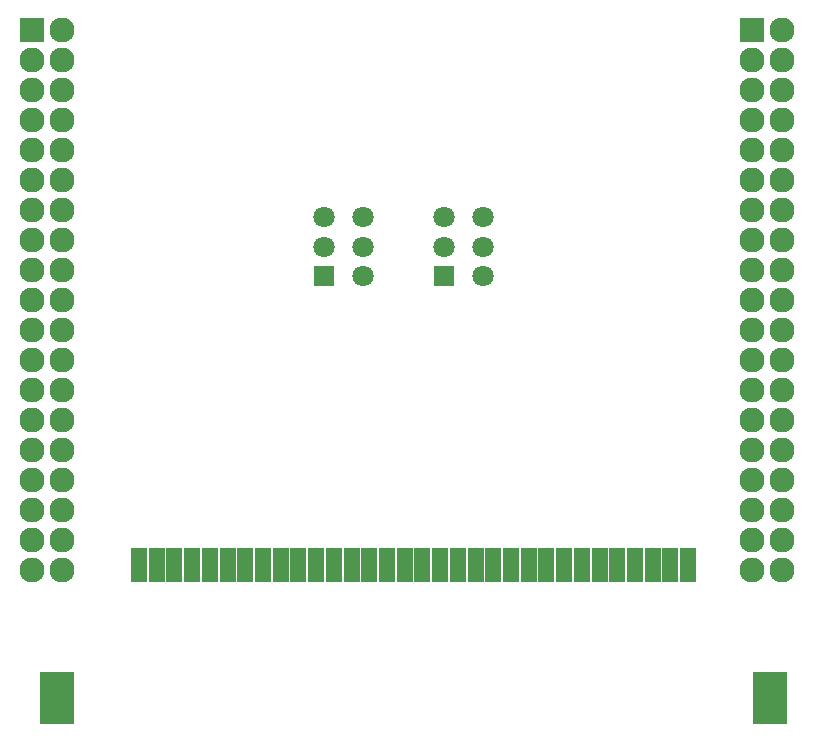
<source format=gbr>
G04 #@! TF.FileFunction,Soldermask,Top*
%FSLAX46Y46*%
G04 Gerber Fmt 4.6, Leading zero omitted, Abs format (unit mm)*
G04 Created by KiCad (PCBNEW 4.0.7) date Sat Mar 17 14:08:55 2018*
%MOMM*%
%LPD*%
G01*
G04 APERTURE LIST*
%ADD10C,0.100000*%
%ADD11R,2.127200X2.127200*%
%ADD12O,2.127200X2.127200*%
%ADD13R,1.400000X2.900000*%
%ADD14R,2.900000X4.400000*%
%ADD15R,1.800000X1.800000*%
%ADD16C,1.800000*%
G04 APERTURE END LIST*
D10*
D11*
X133250000Y-71240000D03*
D12*
X135790000Y-71240000D03*
X133250000Y-73780000D03*
X135790000Y-73780000D03*
X133250000Y-76320000D03*
X135790000Y-76320000D03*
X133250000Y-78860000D03*
X135790000Y-78860000D03*
X133250000Y-81400000D03*
X135790000Y-81400000D03*
X133250000Y-83940000D03*
X135790000Y-83940000D03*
X133250000Y-86480000D03*
X135790000Y-86480000D03*
X133250000Y-89020000D03*
X135790000Y-89020000D03*
X133250000Y-91560000D03*
X135790000Y-91560000D03*
X133250000Y-94100000D03*
X135790000Y-94100000D03*
X133250000Y-96640000D03*
X135790000Y-96640000D03*
X133250000Y-99180000D03*
X135790000Y-99180000D03*
X133250000Y-101720000D03*
X135790000Y-101720000D03*
X133250000Y-104260000D03*
X135790000Y-104260000D03*
X133250000Y-106800000D03*
X135790000Y-106800000D03*
X133250000Y-109340000D03*
X135790000Y-109340000D03*
X133250000Y-111880000D03*
X135790000Y-111880000D03*
X133250000Y-114420000D03*
X135790000Y-114420000D03*
X133250000Y-116960000D03*
X135790000Y-116960000D03*
D11*
X194210000Y-71240000D03*
D12*
X196750000Y-71240000D03*
X194210000Y-73780000D03*
X196750000Y-73780000D03*
X194210000Y-76320000D03*
X196750000Y-76320000D03*
X194210000Y-78860000D03*
X196750000Y-78860000D03*
X194210000Y-81400000D03*
X196750000Y-81400000D03*
X194210000Y-83940000D03*
X196750000Y-83940000D03*
X194210000Y-86480000D03*
X196750000Y-86480000D03*
X194210000Y-89020000D03*
X196750000Y-89020000D03*
X194210000Y-91560000D03*
X196750000Y-91560000D03*
X194210000Y-94100000D03*
X196750000Y-94100000D03*
X194210000Y-96640000D03*
X196750000Y-96640000D03*
X194210000Y-99180000D03*
X196750000Y-99180000D03*
X194210000Y-101720000D03*
X196750000Y-101720000D03*
X194210000Y-104260000D03*
X196750000Y-104260000D03*
X194210000Y-106800000D03*
X196750000Y-106800000D03*
X194210000Y-109340000D03*
X196750000Y-109340000D03*
X194210000Y-111880000D03*
X196750000Y-111880000D03*
X194210000Y-114420000D03*
X196750000Y-114420000D03*
X194210000Y-116960000D03*
X196750000Y-116960000D03*
D13*
X188810000Y-116540000D03*
X167810000Y-116540000D03*
X187310000Y-116540000D03*
X185810000Y-116540000D03*
X184310000Y-116540000D03*
X182810000Y-116540000D03*
X181310000Y-116540000D03*
X179810000Y-116540000D03*
X178310000Y-116540000D03*
X176810000Y-116540000D03*
X175310000Y-116540000D03*
X173810000Y-116540000D03*
X172310000Y-116540000D03*
X170810000Y-116540000D03*
X169310000Y-116540000D03*
X166310000Y-116540000D03*
X164810000Y-116540000D03*
X163310000Y-116540000D03*
X161810000Y-116540000D03*
X160310000Y-116540000D03*
X158810000Y-116540000D03*
X157310000Y-116540000D03*
X155810000Y-116540000D03*
X154310000Y-116540000D03*
X152810000Y-116540000D03*
X151310000Y-116540000D03*
X149810000Y-116540000D03*
X148310000Y-116540000D03*
X146810000Y-116540000D03*
X145310000Y-116540000D03*
X143810000Y-116540000D03*
X142310000Y-116540000D03*
D14*
X195760000Y-127790000D03*
X135360000Y-127790000D03*
D15*
X157940000Y-92060000D03*
D16*
X157940000Y-89560000D03*
X157940000Y-87060000D03*
X161240000Y-92060000D03*
X161240000Y-89560000D03*
X161240000Y-87060000D03*
D15*
X168100000Y-92060000D03*
D16*
X168100000Y-89560000D03*
X168100000Y-87060000D03*
X171400000Y-92060000D03*
X171400000Y-89560000D03*
X171400000Y-87060000D03*
M02*

</source>
